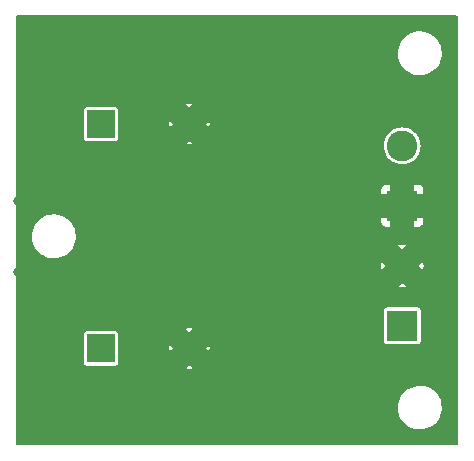
<source format=gbr>
%TF.GenerationSoftware,KiCad,Pcbnew,7.0.7*%
%TF.CreationDate,2023-09-12T13:53:03+02:00*%
%TF.ProjectId,CDU,4344552e-6b69-4636-9164-5f7063625858,rev?*%
%TF.SameCoordinates,Original*%
%TF.FileFunction,Copper,L2,Bot*%
%TF.FilePolarity,Positive*%
%FSLAX46Y46*%
G04 Gerber Fmt 4.6, Leading zero omitted, Abs format (unit mm)*
G04 Created by KiCad (PCBNEW 7.0.7) date 2023-09-12 13:53:03*
%MOMM*%
%LPD*%
G01*
G04 APERTURE LIST*
%TA.AperFunction,ComponentPad*%
%ADD10R,2.400000X2.400000*%
%TD*%
%TA.AperFunction,ComponentPad*%
%ADD11C,2.400000*%
%TD*%
%TA.AperFunction,ComponentPad*%
%ADD12R,2.600000X2.600000*%
%TD*%
%TA.AperFunction,ComponentPad*%
%ADD13C,2.600000*%
%TD*%
%TA.AperFunction,ViaPad*%
%ADD14C,0.800000*%
%TD*%
G04 APERTURE END LIST*
D10*
%TO.P,C1002,1*%
%TO.N,Net-(D1002-A)*%
X85487246Y-80500000D03*
D11*
%TO.P,C1002,2*%
%TO.N,GND*%
X92987246Y-80500000D03*
%TD*%
D10*
%TO.P,C1001,1*%
%TO.N,Net-(D1002-A)*%
X85487246Y-61500000D03*
D11*
%TO.P,C1001,2*%
%TO.N,GND*%
X92987246Y-61500000D03*
%TD*%
D12*
%TO.P,J1002,1,Pin_1*%
%TO.N,/OUT+*%
X111000000Y-78580000D03*
D13*
%TO.P,J1002,2,Pin_2*%
%TO.N,GND*%
X111000000Y-73500000D03*
%TD*%
D12*
%TO.P,J1001,1,Pin_1*%
%TO.N,GND*%
X111000000Y-68420000D03*
D13*
%TO.P,J1001,2,Pin_2*%
%TO.N,/AC1(+)*%
X111000000Y-63340000D03*
%TD*%
D14*
%TO.N,GND*%
X80500000Y-55500000D03*
X106000000Y-69000000D03*
X110000000Y-86500000D03*
X95500000Y-69000000D03*
X90000000Y-69000000D03*
X87000000Y-83500000D03*
X96000000Y-54000000D03*
X88500000Y-87000000D03*
X95500000Y-87500000D03*
X106000000Y-80000000D03*
X80500000Y-87000000D03*
X78500000Y-68000000D03*
X87500000Y-67000000D03*
X87500000Y-61500000D03*
X87500000Y-76500000D03*
X95500000Y-73500000D03*
X106500000Y-59500000D03*
X78500000Y-74000000D03*
X109500000Y-55500000D03*
X87000000Y-58500000D03*
X107000000Y-64000000D03*
X106000000Y-75000000D03*
%TD*%
%TA.AperFunction,Conductor*%
%TO.N,GND*%
G36*
X115642539Y-52320185D02*
G01*
X115688294Y-52372989D01*
X115699500Y-52424500D01*
X115699500Y-88575500D01*
X115679815Y-88642539D01*
X115627011Y-88688294D01*
X115575500Y-88699500D01*
X78424500Y-88699500D01*
X78357461Y-88679815D01*
X78311706Y-88627011D01*
X78300500Y-88575500D01*
X78300500Y-85567763D01*
X110645787Y-85567763D01*
X110675413Y-85837013D01*
X110675415Y-85837024D01*
X110743926Y-86099082D01*
X110743928Y-86099088D01*
X110849870Y-86348390D01*
X110921998Y-86466575D01*
X110990979Y-86579605D01*
X110990986Y-86579615D01*
X111164253Y-86787819D01*
X111164259Y-86787824D01*
X111365998Y-86968582D01*
X111591910Y-87118044D01*
X111837176Y-87233020D01*
X111837183Y-87233022D01*
X111837185Y-87233023D01*
X112096557Y-87311057D01*
X112096564Y-87311058D01*
X112096569Y-87311060D01*
X112364561Y-87350500D01*
X112364566Y-87350500D01*
X112567636Y-87350500D01*
X112619133Y-87346730D01*
X112770156Y-87335677D01*
X112882758Y-87310593D01*
X113034546Y-87276782D01*
X113034548Y-87276781D01*
X113034553Y-87276780D01*
X113287558Y-87180014D01*
X113523777Y-87047441D01*
X113738177Y-86881888D01*
X113926186Y-86686881D01*
X114083799Y-86466579D01*
X114157787Y-86322669D01*
X114207649Y-86225690D01*
X114207651Y-86225684D01*
X114207656Y-86225675D01*
X114295118Y-85969305D01*
X114344319Y-85702933D01*
X114354212Y-85432235D01*
X114324586Y-85162982D01*
X114256072Y-84900912D01*
X114150130Y-84651610D01*
X114009018Y-84420390D01*
X113919747Y-84313119D01*
X113835746Y-84212180D01*
X113835740Y-84212175D01*
X113634002Y-84031418D01*
X113408092Y-83881957D01*
X113408090Y-83881956D01*
X113162824Y-83766980D01*
X113162819Y-83766978D01*
X113162814Y-83766976D01*
X112903442Y-83688942D01*
X112903428Y-83688939D01*
X112787791Y-83671921D01*
X112635439Y-83649500D01*
X112432369Y-83649500D01*
X112432364Y-83649500D01*
X112229844Y-83664323D01*
X112229831Y-83664325D01*
X111965453Y-83723217D01*
X111965446Y-83723220D01*
X111712439Y-83819987D01*
X111476226Y-83952557D01*
X111261822Y-84118112D01*
X111073822Y-84313109D01*
X111073816Y-84313116D01*
X110916202Y-84533419D01*
X110916199Y-84533424D01*
X110792350Y-84774309D01*
X110792343Y-84774327D01*
X110704884Y-85030685D01*
X110704881Y-85030699D01*
X110655681Y-85297068D01*
X110655680Y-85297075D01*
X110645787Y-85567763D01*
X78300500Y-85567763D01*
X78300500Y-82179253D01*
X92722205Y-82179253D01*
X92859848Y-82199999D01*
X92859855Y-82200000D01*
X93114637Y-82200000D01*
X93114643Y-82199999D01*
X93252284Y-82179253D01*
X93252285Y-82179252D01*
X92987247Y-81914214D01*
X92987246Y-81914214D01*
X92722205Y-82179252D01*
X92722205Y-82179253D01*
X78300500Y-82179253D01*
X78300500Y-81724678D01*
X84036746Y-81724678D01*
X84051278Y-81797735D01*
X84051279Y-81797739D01*
X84051280Y-81797740D01*
X84106645Y-81880601D01*
X84189505Y-81935965D01*
X84189506Y-81935966D01*
X84189510Y-81935967D01*
X84262567Y-81950499D01*
X84262570Y-81950500D01*
X84262572Y-81950500D01*
X86711922Y-81950500D01*
X86711923Y-81950499D01*
X86784986Y-81935966D01*
X86867847Y-81880601D01*
X86923212Y-81797740D01*
X86937746Y-81724674D01*
X86937746Y-80500004D01*
X91282479Y-80500004D01*
X91301519Y-80754078D01*
X91301519Y-80754080D01*
X91304757Y-80768272D01*
X91304758Y-80768272D01*
X91573032Y-80500000D01*
X91573032Y-80499999D01*
X92382069Y-80499999D01*
X92402690Y-80656630D01*
X92402691Y-80656634D01*
X92463146Y-80802587D01*
X92463147Y-80802588D01*
X92559321Y-80927925D01*
X92684658Y-81024099D01*
X92684657Y-81024099D01*
X92764480Y-81057162D01*
X92830615Y-81084556D01*
X92947923Y-81100000D01*
X92947930Y-81100000D01*
X93026562Y-81100000D01*
X93026569Y-81100000D01*
X93143877Y-81084556D01*
X93289834Y-81024099D01*
X93415171Y-80927925D01*
X93511345Y-80802589D01*
X93571802Y-80656631D01*
X93592423Y-80500000D01*
X93592423Y-80499999D01*
X94401460Y-80499999D01*
X94669731Y-80768272D01*
X94669733Y-80768272D01*
X94672972Y-80754079D01*
X94692013Y-80500004D01*
X94692013Y-80499995D01*
X94672973Y-80245924D01*
X94672971Y-80245912D01*
X94669733Y-80231725D01*
X94669732Y-80231725D01*
X94401460Y-80499998D01*
X94401460Y-80499999D01*
X93592423Y-80499999D01*
X93571802Y-80343369D01*
X93511345Y-80197412D01*
X93415171Y-80072075D01*
X93292231Y-79977740D01*
X93289833Y-79975900D01*
X93289834Y-79975900D01*
X93143880Y-79915445D01*
X93143878Y-79915444D01*
X93143877Y-79915444D01*
X93129213Y-79913513D01*
X93062092Y-79904676D01*
X109449499Y-79904676D01*
X109449500Y-79904678D01*
X109464032Y-79977735D01*
X109464033Y-79977739D01*
X109464034Y-79977740D01*
X109519399Y-80060601D01*
X109602259Y-80115965D01*
X109602260Y-80115966D01*
X109602264Y-80115967D01*
X109675321Y-80130499D01*
X109675324Y-80130500D01*
X109675326Y-80130500D01*
X112324676Y-80130500D01*
X112324677Y-80130499D01*
X112397740Y-80115966D01*
X112480601Y-80060601D01*
X112535966Y-79977740D01*
X112550500Y-79904674D01*
X112550500Y-77255326D01*
X112550500Y-77255325D01*
X112550500Y-77255323D01*
X112550499Y-77255321D01*
X112535967Y-77182264D01*
X112535966Y-77182260D01*
X112535965Y-77182259D01*
X112480601Y-77099399D01*
X112397740Y-77044034D01*
X112397739Y-77044033D01*
X112397735Y-77044032D01*
X112324677Y-77029500D01*
X112324674Y-77029500D01*
X109675326Y-77029500D01*
X109675323Y-77029500D01*
X109602264Y-77044032D01*
X109602260Y-77044033D01*
X109519399Y-77099399D01*
X109464033Y-77182260D01*
X109464032Y-77182264D01*
X109449500Y-77255321D01*
X109449499Y-77255323D01*
X109449499Y-79904676D01*
X93062092Y-79904676D01*
X93026576Y-79900000D01*
X93026569Y-79900000D01*
X92947923Y-79900000D01*
X92947915Y-79900000D01*
X92830615Y-79915444D01*
X92830611Y-79915445D01*
X92684658Y-79975900D01*
X92559322Y-80072073D01*
X92463145Y-80197413D01*
X92402691Y-80343365D01*
X92402690Y-80343369D01*
X92382069Y-80499999D01*
X91573032Y-80499999D01*
X91304758Y-80231725D01*
X91304757Y-80231725D01*
X91301521Y-80245910D01*
X91301518Y-80245926D01*
X91282479Y-80499995D01*
X91282479Y-80500004D01*
X86937746Y-80500004D01*
X86937746Y-79275326D01*
X86937746Y-79275323D01*
X86937745Y-79275321D01*
X86923213Y-79202264D01*
X86923212Y-79202260D01*
X86923211Y-79202259D01*
X86867847Y-79119399D01*
X86784986Y-79064034D01*
X86784985Y-79064033D01*
X86784981Y-79064032D01*
X86711923Y-79049500D01*
X86711920Y-79049500D01*
X84262572Y-79049500D01*
X84262569Y-79049500D01*
X84189510Y-79064032D01*
X84189506Y-79064033D01*
X84106645Y-79119399D01*
X84051279Y-79202260D01*
X84051278Y-79202264D01*
X84036746Y-79275321D01*
X84036746Y-81724678D01*
X78300500Y-81724678D01*
X78300500Y-78820746D01*
X92722206Y-78820746D01*
X92987246Y-79085786D01*
X92987247Y-79085786D01*
X93252284Y-78820746D01*
X93252284Y-78820745D01*
X93114650Y-78800000D01*
X92859841Y-78800000D01*
X92722206Y-78820745D01*
X92722206Y-78820746D01*
X78300500Y-78820746D01*
X78300500Y-75267135D01*
X110647075Y-75267135D01*
X110647076Y-75267136D01*
X110865103Y-75299999D01*
X110865109Y-75300000D01*
X111134891Y-75300000D01*
X111134896Y-75299999D01*
X111352922Y-75267136D01*
X111352923Y-75267135D01*
X110996531Y-74910743D01*
X110983350Y-74919550D01*
X110980315Y-74929888D01*
X110963681Y-74950530D01*
X110647075Y-75267135D01*
X78300500Y-75267135D01*
X78300500Y-73500000D01*
X109194953Y-73500000D01*
X109215113Y-73769026D01*
X109215113Y-73769028D01*
X109234001Y-73851783D01*
X109234002Y-73851783D01*
X109585786Y-73499999D01*
X109544649Y-73458862D01*
X110346127Y-73458862D01*
X110356439Y-73622766D01*
X110407188Y-73778956D01*
X110495186Y-73917619D01*
X110495189Y-73917622D01*
X110495190Y-73917623D01*
X110614899Y-74030037D01*
X110614907Y-74030043D01*
X110758813Y-74109156D01*
X110758817Y-74109158D01*
X110917886Y-74150000D01*
X110917890Y-74150000D01*
X111040892Y-74150000D01*
X111040894Y-74150000D01*
X111040899Y-74149999D01*
X111040903Y-74149999D01*
X111054132Y-74148327D01*
X111162933Y-74134583D01*
X111315629Y-74074126D01*
X111448492Y-73977595D01*
X111553175Y-73851055D01*
X111623100Y-73702457D01*
X111653873Y-73541138D01*
X111651067Y-73496531D01*
X112410743Y-73496531D01*
X112765996Y-73851784D01*
X112784887Y-73769020D01*
X112784887Y-73769019D01*
X112805047Y-73500000D01*
X112805047Y-73499995D01*
X112784887Y-73230981D01*
X112784887Y-73230979D01*
X112765996Y-73148215D01*
X112450531Y-73463681D01*
X112422446Y-73479016D01*
X112410743Y-73496531D01*
X111651067Y-73496531D01*
X111643561Y-73377234D01*
X111592812Y-73221044D01*
X111504814Y-73082381D01*
X111440946Y-73022405D01*
X111385100Y-72969962D01*
X111385092Y-72969956D01*
X111241186Y-72890843D01*
X111241176Y-72890840D01*
X111082117Y-72850000D01*
X111082114Y-72850000D01*
X110959106Y-72850000D01*
X110959096Y-72850000D01*
X110837067Y-72865417D01*
X110837065Y-72865417D01*
X110684372Y-72925873D01*
X110684367Y-72925876D01*
X110551505Y-73022407D01*
X110551504Y-73022408D01*
X110446823Y-73148947D01*
X110376900Y-73297542D01*
X110376900Y-73297543D01*
X110346127Y-73458862D01*
X109544649Y-73458862D01*
X109234002Y-73148215D01*
X109234001Y-73148215D01*
X109215114Y-73230969D01*
X109215112Y-73230978D01*
X109194953Y-73499995D01*
X109194953Y-73500000D01*
X78300500Y-73500000D01*
X78300500Y-71067763D01*
X79645787Y-71067763D01*
X79675413Y-71337013D01*
X79675415Y-71337024D01*
X79743926Y-71599082D01*
X79743928Y-71599088D01*
X79849870Y-71848390D01*
X79921998Y-71966575D01*
X79990979Y-72079605D01*
X79990986Y-72079615D01*
X80164253Y-72287819D01*
X80164259Y-72287824D01*
X80365998Y-72468582D01*
X80591910Y-72618044D01*
X80837176Y-72733020D01*
X80837183Y-72733022D01*
X80837185Y-72733023D01*
X81096557Y-72811057D01*
X81096564Y-72811058D01*
X81096569Y-72811060D01*
X81364561Y-72850500D01*
X81364566Y-72850500D01*
X81567636Y-72850500D01*
X81619133Y-72846730D01*
X81770156Y-72835677D01*
X81882758Y-72810593D01*
X82034546Y-72776782D01*
X82034548Y-72776781D01*
X82034553Y-72776780D01*
X82287558Y-72680014D01*
X82523777Y-72547441D01*
X82738177Y-72381888D01*
X82926186Y-72186881D01*
X83083799Y-71966579D01*
X83157787Y-71822669D01*
X83203961Y-71732863D01*
X110647076Y-71732863D01*
X110999999Y-72085786D01*
X111000000Y-72085786D01*
X111000000Y-72085785D01*
X111352923Y-71732863D01*
X111352922Y-71732862D01*
X111134898Y-71700000D01*
X110865101Y-71700000D01*
X110647076Y-71732862D01*
X110647076Y-71732863D01*
X83203961Y-71732863D01*
X83207649Y-71725690D01*
X83207651Y-71725684D01*
X83207656Y-71725675D01*
X83295118Y-71469305D01*
X83344319Y-71202933D01*
X83354212Y-70932235D01*
X83324586Y-70662982D01*
X83256072Y-70400912D01*
X83150130Y-70151610D01*
X83009018Y-69920390D01*
X82931614Y-69827379D01*
X82835746Y-69712180D01*
X82835740Y-69712175D01*
X82634002Y-69531418D01*
X82465594Y-69420000D01*
X109200000Y-69420000D01*
X109200000Y-69767844D01*
X109206401Y-69827372D01*
X109206403Y-69827379D01*
X109256645Y-69962086D01*
X109256649Y-69962093D01*
X109342809Y-70077187D01*
X109342812Y-70077190D01*
X109457906Y-70163350D01*
X109457913Y-70163354D01*
X109592620Y-70213596D01*
X109592627Y-70213598D01*
X109652155Y-70219999D01*
X109652172Y-70220000D01*
X110000000Y-70220000D01*
X110000000Y-69420000D01*
X112000000Y-69420000D01*
X112000000Y-70220000D01*
X112347828Y-70220000D01*
X112347844Y-70219999D01*
X112407372Y-70213598D01*
X112407379Y-70213596D01*
X112542086Y-70163354D01*
X112542093Y-70163350D01*
X112657187Y-70077190D01*
X112657190Y-70077187D01*
X112743350Y-69962093D01*
X112743354Y-69962086D01*
X112793596Y-69827379D01*
X112793598Y-69827372D01*
X112799999Y-69767844D01*
X112800000Y-69767827D01*
X112800000Y-69420000D01*
X112000000Y-69420000D01*
X110000000Y-69420000D01*
X109200000Y-69420000D01*
X82465594Y-69420000D01*
X82408092Y-69381957D01*
X82408090Y-69381956D01*
X82162824Y-69266980D01*
X82162819Y-69266978D01*
X82162814Y-69266976D01*
X81903442Y-69188942D01*
X81903428Y-69188939D01*
X81787791Y-69171921D01*
X81635439Y-69149500D01*
X81432369Y-69149500D01*
X81432364Y-69149500D01*
X81229844Y-69164323D01*
X81229831Y-69164325D01*
X80965453Y-69223217D01*
X80965446Y-69223220D01*
X80712439Y-69319987D01*
X80476226Y-69452557D01*
X80261822Y-69618112D01*
X80073822Y-69813109D01*
X80073816Y-69813116D01*
X79916202Y-70033419D01*
X79916199Y-70033424D01*
X79792350Y-70274309D01*
X79792343Y-70274327D01*
X79704884Y-70530685D01*
X79704881Y-70530699D01*
X79655681Y-70797068D01*
X79655680Y-70797075D01*
X79645787Y-71067763D01*
X78300500Y-71067763D01*
X78300500Y-68378862D01*
X110346127Y-68378862D01*
X110356439Y-68542766D01*
X110407188Y-68698956D01*
X110495186Y-68837619D01*
X110495189Y-68837622D01*
X110495190Y-68837623D01*
X110614899Y-68950037D01*
X110614907Y-68950043D01*
X110758813Y-69029156D01*
X110758817Y-69029158D01*
X110917886Y-69070000D01*
X110917890Y-69070000D01*
X111040892Y-69070000D01*
X111040894Y-69070000D01*
X111040899Y-69069999D01*
X111040903Y-69069999D01*
X111054132Y-69068327D01*
X111162933Y-69054583D01*
X111315629Y-68994126D01*
X111448492Y-68897595D01*
X111553175Y-68771055D01*
X111623100Y-68622457D01*
X111653873Y-68461138D01*
X111643561Y-68297234D01*
X111592812Y-68141044D01*
X111504814Y-68002381D01*
X111440946Y-67942405D01*
X111385100Y-67889962D01*
X111385092Y-67889956D01*
X111241186Y-67810843D01*
X111241176Y-67810840D01*
X111082117Y-67770000D01*
X111082114Y-67770000D01*
X110959106Y-67770000D01*
X110959096Y-67770000D01*
X110837067Y-67785417D01*
X110837065Y-67785417D01*
X110684372Y-67845873D01*
X110684367Y-67845876D01*
X110551505Y-67942407D01*
X110551504Y-67942408D01*
X110446823Y-68068947D01*
X110376900Y-68217542D01*
X110376900Y-68217543D01*
X110346127Y-68378862D01*
X78300500Y-68378862D01*
X78300500Y-67420000D01*
X109199999Y-67420000D01*
X110000000Y-67420000D01*
X110000000Y-66620000D01*
X112000000Y-66620000D01*
X112000000Y-67420000D01*
X112800000Y-67420000D01*
X112800000Y-67072172D01*
X112799999Y-67072155D01*
X112793598Y-67012627D01*
X112793596Y-67012620D01*
X112743354Y-66877913D01*
X112743350Y-66877906D01*
X112657190Y-66762812D01*
X112657187Y-66762809D01*
X112542093Y-66676649D01*
X112542086Y-66676645D01*
X112407379Y-66626403D01*
X112407372Y-66626401D01*
X112347844Y-66620000D01*
X112000000Y-66620000D01*
X110000000Y-66620000D01*
X109652155Y-66620000D01*
X109592627Y-66626401D01*
X109592620Y-66626403D01*
X109457913Y-66676645D01*
X109457906Y-66676649D01*
X109342812Y-66762809D01*
X109342809Y-66762812D01*
X109256649Y-66877906D01*
X109256645Y-66877913D01*
X109206403Y-67012620D01*
X109206401Y-67012627D01*
X109200000Y-67072155D01*
X109200000Y-67072172D01*
X109199999Y-67420000D01*
X78300500Y-67420000D01*
X78300500Y-63340000D01*
X109444706Y-63340000D01*
X109463853Y-63583297D01*
X109520830Y-63820619D01*
X109614222Y-64046089D01*
X109741737Y-64254173D01*
X109741738Y-64254176D01*
X109741741Y-64254179D01*
X109900241Y-64439759D01*
X110043897Y-64562453D01*
X110085823Y-64598261D01*
X110085826Y-64598262D01*
X110293910Y-64725777D01*
X110519381Y-64819169D01*
X110519378Y-64819169D01*
X110519384Y-64819170D01*
X110519388Y-64819172D01*
X110756698Y-64876146D01*
X111000000Y-64895294D01*
X111243302Y-64876146D01*
X111480612Y-64819172D01*
X111706089Y-64725777D01*
X111914179Y-64598259D01*
X112099759Y-64439759D01*
X112258259Y-64254179D01*
X112385777Y-64046089D01*
X112479172Y-63820612D01*
X112536146Y-63583302D01*
X112555294Y-63340000D01*
X112536146Y-63096698D01*
X112479172Y-62859388D01*
X112453637Y-62797740D01*
X112385777Y-62633910D01*
X112258262Y-62425826D01*
X112258261Y-62425823D01*
X112222453Y-62383897D01*
X112099759Y-62240241D01*
X111935558Y-62100000D01*
X111914176Y-62081738D01*
X111914173Y-62081737D01*
X111706089Y-61954222D01*
X111480618Y-61860830D01*
X111480621Y-61860830D01*
X111374992Y-61835470D01*
X111243302Y-61803854D01*
X111243300Y-61803853D01*
X111243297Y-61803853D01*
X111000000Y-61784706D01*
X110756702Y-61803853D01*
X110519380Y-61860830D01*
X110293910Y-61954222D01*
X110085826Y-62081737D01*
X110085823Y-62081738D01*
X109900241Y-62240241D01*
X109741738Y-62425823D01*
X109741737Y-62425826D01*
X109614222Y-62633910D01*
X109520830Y-62859380D01*
X109463853Y-63096702D01*
X109444706Y-63340000D01*
X78300500Y-63340000D01*
X78300500Y-63179253D01*
X92722205Y-63179253D01*
X92859848Y-63199999D01*
X92859855Y-63200000D01*
X93114637Y-63200000D01*
X93114643Y-63199999D01*
X93252284Y-63179253D01*
X93252285Y-63179252D01*
X92987247Y-62914214D01*
X92987246Y-62914214D01*
X92722205Y-63179252D01*
X92722205Y-63179253D01*
X78300500Y-63179253D01*
X78300500Y-62724678D01*
X84036746Y-62724678D01*
X84051278Y-62797735D01*
X84051279Y-62797739D01*
X84051280Y-62797740D01*
X84106645Y-62880601D01*
X84189506Y-62935966D01*
X84189510Y-62935967D01*
X84262567Y-62950499D01*
X84262570Y-62950500D01*
X84262572Y-62950500D01*
X86711922Y-62950500D01*
X86711923Y-62950499D01*
X86784986Y-62935966D01*
X86867847Y-62880601D01*
X86923212Y-62797740D01*
X86937746Y-62724674D01*
X86937746Y-61500004D01*
X91282479Y-61500004D01*
X91301519Y-61754078D01*
X91301519Y-61754080D01*
X91304757Y-61768272D01*
X91304758Y-61768272D01*
X91573032Y-61500000D01*
X92382069Y-61500000D01*
X92402690Y-61656630D01*
X92402691Y-61656634D01*
X92463146Y-61802587D01*
X92464118Y-61803854D01*
X92559321Y-61927925D01*
X92684658Y-62024099D01*
X92684657Y-62024099D01*
X92764480Y-62057162D01*
X92830615Y-62084556D01*
X92947923Y-62100000D01*
X92947930Y-62100000D01*
X93026562Y-62100000D01*
X93026569Y-62100000D01*
X93143877Y-62084556D01*
X93289834Y-62024099D01*
X93415171Y-61927925D01*
X93511345Y-61802589D01*
X93571802Y-61656631D01*
X93592423Y-61500000D01*
X94401460Y-61500000D01*
X94669732Y-61768272D01*
X94669733Y-61768272D01*
X94672972Y-61754079D01*
X94692013Y-61500004D01*
X94692013Y-61499995D01*
X94672973Y-61245924D01*
X94672971Y-61245912D01*
X94669733Y-61231725D01*
X94669732Y-61231725D01*
X94401460Y-61499999D01*
X94401460Y-61500000D01*
X93592423Y-61500000D01*
X93571802Y-61343369D01*
X93511345Y-61197412D01*
X93415171Y-61072075D01*
X93289834Y-60975901D01*
X93289833Y-60975900D01*
X93289834Y-60975900D01*
X93143880Y-60915445D01*
X93143878Y-60915444D01*
X93143877Y-60915444D01*
X93129213Y-60913513D01*
X93026576Y-60900000D01*
X93026569Y-60900000D01*
X92947923Y-60900000D01*
X92947915Y-60900000D01*
X92830615Y-60915444D01*
X92830611Y-60915445D01*
X92684658Y-60975900D01*
X92559322Y-61072073D01*
X92463145Y-61197413D01*
X92402691Y-61343365D01*
X92402690Y-61343369D01*
X92382069Y-61500000D01*
X91573032Y-61500000D01*
X91573032Y-61499999D01*
X91304758Y-61231725D01*
X91304757Y-61231725D01*
X91301521Y-61245910D01*
X91301518Y-61245926D01*
X91282479Y-61499995D01*
X91282479Y-61500004D01*
X86937746Y-61500004D01*
X86937746Y-60275326D01*
X86937746Y-60275323D01*
X86937745Y-60275321D01*
X86923213Y-60202264D01*
X86923212Y-60202260D01*
X86923211Y-60202259D01*
X86867847Y-60119399D01*
X86784986Y-60064034D01*
X86784985Y-60064033D01*
X86784981Y-60064032D01*
X86711923Y-60049500D01*
X86711920Y-60049500D01*
X84262572Y-60049500D01*
X84262569Y-60049500D01*
X84189510Y-60064032D01*
X84189506Y-60064033D01*
X84106645Y-60119399D01*
X84051279Y-60202260D01*
X84051278Y-60202264D01*
X84036746Y-60275321D01*
X84036746Y-62724678D01*
X78300500Y-62724678D01*
X78300500Y-59820746D01*
X92722206Y-59820746D01*
X92987246Y-60085786D01*
X92987247Y-60085786D01*
X93252284Y-59820746D01*
X93252284Y-59820745D01*
X93114650Y-59800000D01*
X92859841Y-59800000D01*
X92722206Y-59820745D01*
X92722206Y-59820746D01*
X78300500Y-59820746D01*
X78300500Y-55567763D01*
X110645787Y-55567763D01*
X110675413Y-55837013D01*
X110675415Y-55837024D01*
X110743926Y-56099082D01*
X110743928Y-56099088D01*
X110849870Y-56348390D01*
X110921998Y-56466575D01*
X110990979Y-56579605D01*
X110990986Y-56579615D01*
X111164253Y-56787819D01*
X111164259Y-56787824D01*
X111365998Y-56968582D01*
X111591910Y-57118044D01*
X111837176Y-57233020D01*
X111837183Y-57233022D01*
X111837185Y-57233023D01*
X112096557Y-57311057D01*
X112096564Y-57311058D01*
X112096569Y-57311060D01*
X112364561Y-57350500D01*
X112364566Y-57350500D01*
X112567636Y-57350500D01*
X112619133Y-57346730D01*
X112770156Y-57335677D01*
X112882758Y-57310593D01*
X113034546Y-57276782D01*
X113034548Y-57276781D01*
X113034553Y-57276780D01*
X113287558Y-57180014D01*
X113523777Y-57047441D01*
X113738177Y-56881888D01*
X113926186Y-56686881D01*
X114083799Y-56466579D01*
X114157787Y-56322669D01*
X114207649Y-56225690D01*
X114207651Y-56225684D01*
X114207656Y-56225675D01*
X114295118Y-55969305D01*
X114344319Y-55702933D01*
X114354212Y-55432235D01*
X114324586Y-55162982D01*
X114256072Y-54900912D01*
X114150130Y-54651610D01*
X114009018Y-54420390D01*
X113919747Y-54313119D01*
X113835746Y-54212180D01*
X113835740Y-54212175D01*
X113634002Y-54031418D01*
X113408092Y-53881957D01*
X113408090Y-53881956D01*
X113162824Y-53766980D01*
X113162819Y-53766978D01*
X113162814Y-53766976D01*
X112903442Y-53688942D01*
X112903428Y-53688939D01*
X112787791Y-53671921D01*
X112635439Y-53649500D01*
X112432369Y-53649500D01*
X112432364Y-53649500D01*
X112229844Y-53664323D01*
X112229831Y-53664325D01*
X111965453Y-53723217D01*
X111965446Y-53723220D01*
X111712439Y-53819987D01*
X111476226Y-53952557D01*
X111261822Y-54118112D01*
X111073822Y-54313109D01*
X111073816Y-54313116D01*
X110916202Y-54533419D01*
X110916199Y-54533424D01*
X110792350Y-54774309D01*
X110792343Y-54774327D01*
X110704884Y-55030685D01*
X110704881Y-55030699D01*
X110655681Y-55297068D01*
X110655680Y-55297075D01*
X110645787Y-55567763D01*
X78300500Y-55567763D01*
X78300500Y-52424500D01*
X78320185Y-52357461D01*
X78372989Y-52311706D01*
X78424500Y-52300500D01*
X115575500Y-52300500D01*
X115642539Y-52320185D01*
G37*
%TD.AperFunction*%
%TD*%
M02*

</source>
